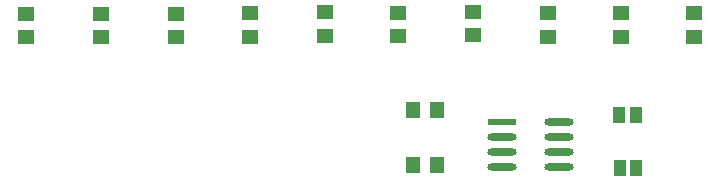
<source format=gbr>
G04*
G04 #@! TF.GenerationSoftware,Altium Limited,Altium Designer,24.1.2 (44)*
G04*
G04 Layer_Color=8421504*
%FSLAX44Y44*%
%MOMM*%
G71*
G04*
G04 #@! TF.SameCoordinates,BD343A0D-4BD6-4D64-9A7B-49F0AB29FDDA*
G04*
G04*
G04 #@! TF.FilePolarity,Positive*
G04*
G01*
G75*
%ADD14R,1.4500X1.2000*%
%ADD15R,1.2000X1.4500*%
G04:AMPARAMS|DCode=16|XSize=2.4692mm|YSize=0.6221mm|CornerRadius=0.3111mm|HoleSize=0mm|Usage=FLASHONLY|Rotation=0.000|XOffset=0mm|YOffset=0mm|HoleType=Round|Shape=RoundedRectangle|*
%AMROUNDEDRECTD16*
21,1,2.4692,0.0000,0,0,0.0*
21,1,1.8470,0.6221,0,0,0.0*
1,1,0.6221,0.9235,0.0000*
1,1,0.6221,-0.9235,0.0000*
1,1,0.6221,-0.9235,0.0000*
1,1,0.6221,0.9235,0.0000*
%
%ADD16ROUNDEDRECTD16*%
%ADD17R,2.4692X0.6221*%
%ADD18R,1.1000X1.3500*%
D14*
X617220Y188308D02*
D03*
Y168308D02*
D03*
X555188Y188308D02*
D03*
Y168308D02*
D03*
X493155Y188308D02*
D03*
Y168308D02*
D03*
X430022Y189324D02*
D03*
Y169324D02*
D03*
X366522Y188562D02*
D03*
Y168562D02*
D03*
X304292Y189070D02*
D03*
Y169070D02*
D03*
X241300Y188308D02*
D03*
Y168308D02*
D03*
X178054Y187800D02*
D03*
Y167800D02*
D03*
X115062Y187800D02*
D03*
Y167800D02*
D03*
X51054Y187800D02*
D03*
Y167800D02*
D03*
D15*
X379288Y59182D02*
D03*
X399288D02*
D03*
X379288Y105926D02*
D03*
X399288D02*
D03*
D16*
X502164Y96012D02*
D03*
Y83312D02*
D03*
Y70612D02*
D03*
Y57912D02*
D03*
X453892D02*
D03*
Y70612D02*
D03*
Y83312D02*
D03*
D17*
Y96012D02*
D03*
D18*
X553466Y101600D02*
D03*
X567466D02*
D03*
X553832Y57150D02*
D03*
X567832D02*
D03*
M02*

</source>
